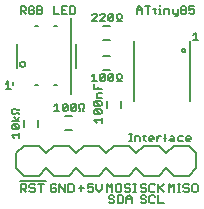
<source format=gto>
G75*
G70*
%OFA0B0*%
%FSLAX24Y24*%
%IPPOS*%
%LPD*%
%AMOC8*
5,1,8,0,0,1.08239X$1,22.5*
%
%ADD10C,0.0050*%
%ADD11C,0.0060*%
%ADD12C,0.0080*%
D10*
X001060Y000748D02*
X001060Y001018D01*
X001195Y001018D01*
X001240Y000973D01*
X001240Y000883D01*
X001195Y000838D01*
X001060Y000838D01*
X001150Y000838D02*
X001240Y000748D01*
X001355Y000793D02*
X001400Y000748D01*
X001490Y000748D01*
X001535Y000793D01*
X001535Y000838D01*
X001490Y000883D01*
X001400Y000883D01*
X001355Y000928D01*
X001355Y000973D01*
X001400Y001018D01*
X001490Y001018D01*
X001535Y000973D01*
X001649Y001018D02*
X001829Y001018D01*
X001739Y001018D02*
X001739Y000748D01*
X002060Y000793D02*
X002105Y000748D01*
X002195Y000748D01*
X002240Y000793D01*
X002240Y000883D01*
X002150Y000883D01*
X002060Y000973D02*
X002060Y000793D01*
X002060Y000973D02*
X002105Y001018D01*
X002195Y001018D01*
X002240Y000973D01*
X002355Y001018D02*
X002535Y000748D01*
X002535Y001018D01*
X002649Y001018D02*
X002784Y001018D01*
X002829Y000973D01*
X002829Y000793D01*
X002784Y000748D01*
X002649Y000748D01*
X002649Y001018D01*
X002355Y001018D02*
X002355Y000748D01*
X001919Y001118D02*
X001035Y001118D01*
X001010Y002560D02*
X001010Y002727D01*
X000968Y002836D02*
X000801Y003003D01*
X000968Y003003D01*
X001010Y002961D01*
X001010Y002878D01*
X000968Y002836D01*
X000801Y002836D01*
X000760Y002878D01*
X000760Y002961D01*
X000801Y003003D01*
X000760Y003112D02*
X001010Y003112D01*
X000927Y003112D02*
X001010Y003238D01*
X000927Y003112D02*
X000843Y003238D01*
X000801Y003343D02*
X000760Y003384D01*
X000760Y003468D01*
X000801Y003509D01*
X000885Y003509D01*
X000927Y003468D01*
X001010Y003468D01*
X001010Y003509D01*
X001010Y003384D02*
X000927Y003384D01*
X000885Y003343D01*
X000801Y003343D01*
X001010Y003343D02*
X001010Y003384D01*
X001010Y002643D02*
X000760Y002643D01*
X000843Y002560D01*
X002185Y003435D02*
X002352Y003435D01*
X002268Y003435D02*
X002268Y003685D01*
X002185Y003602D01*
X002461Y003644D02*
X002461Y003477D01*
X002628Y003644D01*
X002628Y003477D01*
X002586Y003435D01*
X002503Y003435D01*
X002461Y003477D01*
X002461Y003644D02*
X002503Y003685D01*
X002586Y003685D01*
X002628Y003644D01*
X002737Y003644D02*
X002779Y003685D01*
X002863Y003685D01*
X002904Y003644D01*
X002737Y003477D01*
X002779Y003435D01*
X002863Y003435D01*
X002904Y003477D01*
X002904Y003644D01*
X003014Y003644D02*
X003014Y003560D01*
X003055Y003518D01*
X003055Y003435D01*
X003014Y003435D01*
X003139Y003435D02*
X003139Y003518D01*
X003181Y003560D01*
X003181Y003644D01*
X003139Y003685D01*
X003055Y003685D01*
X003014Y003644D01*
X003139Y003435D02*
X003181Y003435D01*
X003510Y003461D02*
X003510Y003378D01*
X003551Y003336D01*
X003718Y003336D01*
X003551Y003503D01*
X003718Y003503D01*
X003760Y003461D01*
X003760Y003378D01*
X003718Y003336D01*
X003760Y003227D02*
X003760Y003060D01*
X003760Y003143D02*
X003510Y003143D01*
X003593Y003060D01*
X003510Y003461D02*
X003551Y003503D01*
X003551Y003612D02*
X003510Y003654D01*
X003510Y003738D01*
X003551Y003779D01*
X003718Y003612D01*
X003760Y003654D01*
X003760Y003738D01*
X003718Y003779D01*
X003551Y003779D01*
X003593Y003889D02*
X003593Y004014D01*
X003635Y004056D01*
X003760Y004056D01*
X003760Y004165D02*
X003510Y004165D01*
X003510Y004332D01*
X003518Y004435D02*
X003518Y004685D01*
X003435Y004602D01*
X003435Y004435D02*
X003602Y004435D01*
X003711Y004477D02*
X003753Y004435D01*
X003836Y004435D01*
X003878Y004477D01*
X003878Y004644D01*
X003711Y004477D01*
X003711Y004644D01*
X003753Y004685D01*
X003836Y004685D01*
X003878Y004644D01*
X003987Y004644D02*
X004029Y004685D01*
X004113Y004685D01*
X004154Y004644D01*
X003987Y004477D01*
X004029Y004435D01*
X004113Y004435D01*
X004154Y004477D01*
X004154Y004644D01*
X004264Y004644D02*
X004264Y004560D01*
X004305Y004518D01*
X004305Y004435D01*
X004264Y004435D01*
X004389Y004435D02*
X004431Y004435D01*
X004389Y004435D02*
X004389Y004518D01*
X004431Y004560D01*
X004431Y004644D01*
X004389Y004685D01*
X004305Y004685D01*
X004264Y004644D01*
X003987Y004644D02*
X003987Y004477D01*
X003635Y004248D02*
X003635Y004165D01*
X003593Y003889D02*
X003760Y003889D01*
X003718Y003612D02*
X003551Y003612D01*
X002737Y003644D02*
X002737Y003477D01*
X002737Y004025D02*
X002737Y006545D01*
X002717Y006685D02*
X002843Y006685D01*
X002884Y006727D01*
X002884Y006894D01*
X002843Y006935D01*
X002717Y006935D01*
X002717Y006685D01*
X002608Y006685D02*
X002441Y006685D01*
X002441Y006935D01*
X002608Y006935D01*
X002525Y006810D02*
X002441Y006810D01*
X002332Y006685D02*
X002165Y006685D01*
X002165Y006935D01*
X001779Y006894D02*
X001779Y006852D01*
X001738Y006810D01*
X001612Y006810D01*
X001503Y006810D02*
X001503Y006727D01*
X001461Y006685D01*
X001378Y006685D01*
X001336Y006727D01*
X001336Y006894D01*
X001378Y006935D01*
X001461Y006935D01*
X001503Y006894D01*
X001612Y006935D02*
X001738Y006935D01*
X001779Y006894D01*
X001738Y006810D02*
X001779Y006768D01*
X001779Y006727D01*
X001738Y006685D01*
X001612Y006685D01*
X001612Y006935D01*
X001503Y006810D02*
X001420Y006810D01*
X001227Y006810D02*
X001185Y006768D01*
X001060Y006768D01*
X001060Y006685D02*
X001060Y006935D01*
X001185Y006935D01*
X001227Y006894D01*
X001227Y006810D01*
X001143Y006768D02*
X001227Y006685D01*
X001556Y006269D02*
X001634Y006269D01*
X002186Y006269D02*
X002264Y006269D01*
X002894Y005679D02*
X002894Y004891D01*
X002264Y004301D02*
X002186Y004301D01*
X001634Y004301D02*
X001556Y004301D01*
X000926Y004891D02*
X000926Y005679D01*
X001035Y005009D02*
X001037Y005027D01*
X001043Y005045D01*
X001052Y005061D01*
X001064Y005074D01*
X001079Y005085D01*
X001096Y005093D01*
X001114Y005097D01*
X001132Y005097D01*
X001150Y005093D01*
X001167Y005085D01*
X001182Y005074D01*
X001194Y005061D01*
X001203Y005045D01*
X001209Y005027D01*
X001211Y005009D01*
X001209Y004991D01*
X001203Y004973D01*
X001194Y004957D01*
X001182Y004944D01*
X001167Y004933D01*
X001150Y004925D01*
X001132Y004921D01*
X001114Y004921D01*
X001096Y004925D01*
X001079Y004933D01*
X001064Y004944D01*
X001052Y004957D01*
X001043Y004973D01*
X001037Y004991D01*
X001035Y005009D01*
X000794Y004409D02*
X000794Y004331D01*
X000727Y004185D02*
X000560Y004185D01*
X000643Y004185D02*
X000643Y004435D01*
X000560Y004352D01*
X003435Y006435D02*
X003602Y006602D01*
X003602Y006644D01*
X003560Y006685D01*
X003477Y006685D01*
X003435Y006644D01*
X003435Y006435D02*
X003602Y006435D01*
X003711Y006435D02*
X003878Y006602D01*
X003878Y006644D01*
X003836Y006685D01*
X003753Y006685D01*
X003711Y006644D01*
X003711Y006435D02*
X003878Y006435D01*
X003987Y006477D02*
X004154Y006644D01*
X004154Y006477D01*
X004113Y006435D01*
X004029Y006435D01*
X003987Y006477D01*
X003987Y006644D01*
X004029Y006685D01*
X004113Y006685D01*
X004154Y006644D01*
X004264Y006644D02*
X004264Y006560D01*
X004305Y006518D01*
X004305Y006435D01*
X004264Y006435D01*
X004389Y006435D02*
X004431Y006435D01*
X004389Y006435D02*
X004389Y006518D01*
X004431Y006560D01*
X004431Y006644D01*
X004389Y006685D01*
X004305Y006685D01*
X004264Y006644D01*
X004935Y006685D02*
X004935Y006852D01*
X005018Y006935D01*
X005102Y006852D01*
X005102Y006685D01*
X005102Y006810D02*
X004935Y006810D01*
X005211Y006935D02*
X005378Y006935D01*
X005295Y006935D02*
X005295Y006685D01*
X005529Y006727D02*
X005529Y006894D01*
X005487Y006852D02*
X005571Y006852D01*
X005672Y006852D02*
X005713Y006852D01*
X005713Y006685D01*
X005672Y006685D02*
X005755Y006685D01*
X005856Y006685D02*
X005856Y006852D01*
X005981Y006852D01*
X006023Y006810D01*
X006023Y006685D01*
X006132Y006727D02*
X006174Y006685D01*
X006299Y006685D01*
X006299Y006643D02*
X006257Y006602D01*
X006215Y006602D01*
X006299Y006643D02*
X006299Y006852D01*
X006408Y006852D02*
X006450Y006810D01*
X006533Y006810D01*
X006575Y006768D01*
X006575Y006727D01*
X006533Y006685D01*
X006450Y006685D01*
X006408Y006727D01*
X006408Y006768D01*
X006450Y006810D01*
X006408Y006852D02*
X006408Y006894D01*
X006450Y006935D01*
X006533Y006935D01*
X006575Y006894D01*
X006575Y006852D01*
X006533Y006810D01*
X006684Y006810D02*
X006684Y006935D01*
X006851Y006935D01*
X006810Y006852D02*
X006851Y006810D01*
X006851Y006727D01*
X006810Y006685D01*
X006726Y006685D01*
X006684Y006727D01*
X006684Y006810D02*
X006768Y006852D01*
X006810Y006852D01*
X006132Y006852D02*
X006132Y006727D01*
X005713Y006935D02*
X005713Y006977D01*
X005529Y006727D02*
X005571Y006685D01*
X006810Y005977D02*
X006893Y006060D01*
X006893Y005810D01*
X006810Y005810D02*
X006977Y005810D01*
X005919Y002685D02*
X005878Y002644D01*
X005878Y002435D01*
X005836Y002560D02*
X005919Y002560D01*
X006020Y002477D02*
X006062Y002518D01*
X006187Y002518D01*
X006187Y002560D02*
X006187Y002435D01*
X006062Y002435D01*
X006020Y002477D01*
X006062Y002602D02*
X006145Y002602D01*
X006187Y002560D01*
X006296Y002560D02*
X006296Y002477D01*
X006338Y002435D01*
X006463Y002435D01*
X006573Y002477D02*
X006573Y002560D01*
X006614Y002602D01*
X006698Y002602D01*
X006739Y002560D01*
X006739Y002518D01*
X006573Y002518D01*
X006573Y002477D02*
X006614Y002435D01*
X006698Y002435D01*
X006463Y002602D02*
X006338Y002602D01*
X006296Y002560D01*
X005731Y002602D02*
X005689Y002602D01*
X005606Y002518D01*
X005606Y002435D02*
X005606Y002602D01*
X005496Y002560D02*
X005496Y002518D01*
X005330Y002518D01*
X005330Y002477D02*
X005330Y002560D01*
X005371Y002602D01*
X005455Y002602D01*
X005496Y002560D01*
X005455Y002435D02*
X005371Y002435D01*
X005330Y002477D01*
X005229Y002435D02*
X005187Y002477D01*
X005187Y002644D01*
X005145Y002602D02*
X005229Y002602D01*
X005036Y002560D02*
X005036Y002435D01*
X005036Y002560D02*
X004994Y002602D01*
X004869Y002602D01*
X004869Y002435D01*
X004768Y002435D02*
X004685Y002435D01*
X004727Y002435D02*
X004727Y002685D01*
X004768Y002685D02*
X004685Y002685D01*
X004659Y001018D02*
X004569Y001018D01*
X004524Y000973D01*
X004524Y000928D01*
X004569Y000883D01*
X004659Y000883D01*
X004704Y000838D01*
X004704Y000793D01*
X004659Y000748D01*
X004569Y000748D01*
X004524Y000793D01*
X004410Y000793D02*
X004410Y000973D01*
X004365Y001018D01*
X004275Y001018D01*
X004230Y000973D01*
X004230Y000793D01*
X004275Y000748D01*
X004365Y000748D01*
X004410Y000793D01*
X004427Y000643D02*
X004292Y000643D01*
X004292Y000373D01*
X004427Y000373D01*
X004472Y000418D01*
X004472Y000598D01*
X004427Y000643D01*
X004587Y000553D02*
X004677Y000643D01*
X004767Y000553D01*
X004767Y000373D01*
X004767Y000508D02*
X004587Y000508D01*
X004587Y000553D02*
X004587Y000373D01*
X004178Y000418D02*
X004133Y000373D01*
X004043Y000373D01*
X003998Y000418D01*
X004043Y000508D02*
X004133Y000508D01*
X004178Y000463D01*
X004178Y000418D01*
X004043Y000508D02*
X003998Y000553D01*
X003998Y000598D01*
X004043Y000643D01*
X004133Y000643D01*
X004178Y000598D01*
X004115Y000748D02*
X004115Y001018D01*
X004025Y000928D01*
X003935Y001018D01*
X003935Y000748D01*
X003767Y000838D02*
X003767Y001018D01*
X003587Y001018D02*
X003587Y000838D01*
X003677Y000748D01*
X003767Y000838D01*
X003472Y000883D02*
X003472Y000793D01*
X003427Y000748D01*
X003337Y000748D01*
X003292Y000793D01*
X003292Y000883D02*
X003382Y000928D01*
X003427Y000928D01*
X003472Y000883D01*
X003472Y001018D02*
X003292Y001018D01*
X003292Y000883D01*
X003178Y000883D02*
X002998Y000883D01*
X003088Y000973D02*
X003088Y000793D01*
X004659Y001018D02*
X004704Y000973D01*
X004819Y001018D02*
X004909Y001018D01*
X004864Y001018D02*
X004864Y000748D01*
X004819Y000748D02*
X004909Y000748D01*
X005060Y000793D02*
X005105Y000748D01*
X005195Y000748D01*
X005240Y000793D01*
X005240Y000838D01*
X005195Y000883D01*
X005105Y000883D01*
X005060Y000928D01*
X005060Y000973D01*
X005105Y001018D01*
X005195Y001018D01*
X005240Y000973D01*
X005355Y000973D02*
X005355Y000793D01*
X005400Y000748D01*
X005490Y000748D01*
X005535Y000793D01*
X005649Y000838D02*
X005829Y001018D01*
X005998Y001018D02*
X006088Y000928D01*
X006178Y001018D01*
X006178Y000748D01*
X006292Y000748D02*
X006382Y000748D01*
X006337Y000748D02*
X006337Y001018D01*
X006292Y001018D02*
X006382Y001018D01*
X006489Y000973D02*
X006489Y000928D01*
X006534Y000883D01*
X006624Y000883D01*
X006669Y000838D01*
X006669Y000793D01*
X006624Y000748D01*
X006534Y000748D01*
X006489Y000793D01*
X006489Y000973D02*
X006534Y001018D01*
X006624Y001018D01*
X006669Y000973D01*
X006783Y000973D02*
X006783Y000793D01*
X006828Y000748D01*
X006918Y000748D01*
X006963Y000793D01*
X006963Y000973D01*
X006918Y001018D01*
X006828Y001018D01*
X006783Y000973D01*
X005998Y001018D02*
X005998Y000748D01*
X005829Y000748D02*
X005694Y000883D01*
X005649Y001018D02*
X005649Y000748D01*
X005649Y000643D02*
X005649Y000373D01*
X005829Y000373D01*
X005535Y000418D02*
X005490Y000373D01*
X005400Y000373D01*
X005355Y000418D01*
X005355Y000598D01*
X005400Y000643D01*
X005490Y000643D01*
X005535Y000598D01*
X005240Y000598D02*
X005195Y000643D01*
X005105Y000643D01*
X005060Y000598D01*
X005060Y000553D01*
X005105Y000508D01*
X005195Y000508D01*
X005240Y000463D01*
X005240Y000418D01*
X005195Y000373D01*
X005105Y000373D01*
X005060Y000418D01*
X005355Y000973D02*
X005400Y001018D01*
X005490Y001018D01*
X005535Y000973D01*
D11*
X004396Y003542D02*
X004396Y003778D01*
X004855Y003785D02*
X004855Y005795D01*
X004028Y005799D02*
X003792Y005799D01*
X003792Y006271D02*
X004028Y006271D01*
X004028Y005271D02*
X003792Y005271D01*
X003792Y004799D02*
X004028Y004799D01*
X003924Y003778D02*
X003924Y003542D01*
X002778Y003271D02*
X002542Y003271D01*
X002542Y002799D02*
X002778Y002799D01*
X001646Y002917D02*
X001646Y003153D01*
X001174Y003153D02*
X001174Y002917D01*
X006715Y003785D02*
X006715Y005795D01*
D12*
X006438Y005475D02*
X006440Y005490D01*
X006446Y005503D01*
X006455Y005515D01*
X006466Y005524D01*
X006480Y005530D01*
X006495Y005532D01*
X006510Y005530D01*
X006523Y005524D01*
X006535Y005515D01*
X006544Y005504D01*
X006550Y005490D01*
X006552Y005475D01*
X006550Y005460D01*
X006544Y005447D01*
X006535Y005435D01*
X006524Y005426D01*
X006510Y005420D01*
X006495Y005418D01*
X006480Y005420D01*
X006467Y005426D01*
X006455Y005435D01*
X006446Y005446D01*
X006440Y005460D01*
X006438Y005475D01*
X006660Y002285D02*
X006160Y002285D01*
X005910Y002035D01*
X005660Y002285D01*
X005160Y002285D01*
X004910Y002035D01*
X004660Y002285D01*
X004160Y002285D01*
X003910Y002035D01*
X003660Y002285D01*
X003160Y002285D01*
X002910Y002035D01*
X002660Y002285D01*
X002160Y002285D01*
X001910Y002035D01*
X001660Y002285D01*
X001160Y002285D01*
X000910Y002035D01*
X000910Y001535D01*
X001160Y001285D01*
X001660Y001285D01*
X001910Y001535D01*
X002160Y001285D01*
X002660Y001285D01*
X002910Y001535D01*
X003160Y001285D01*
X003660Y001285D01*
X003910Y001535D01*
X004160Y001285D01*
X004660Y001285D01*
X004910Y001535D01*
X005160Y001285D01*
X005660Y001285D01*
X005910Y001535D01*
X006160Y001285D01*
X006660Y001285D01*
X006910Y001535D01*
X006910Y002035D01*
X006660Y002285D01*
M02*

</source>
